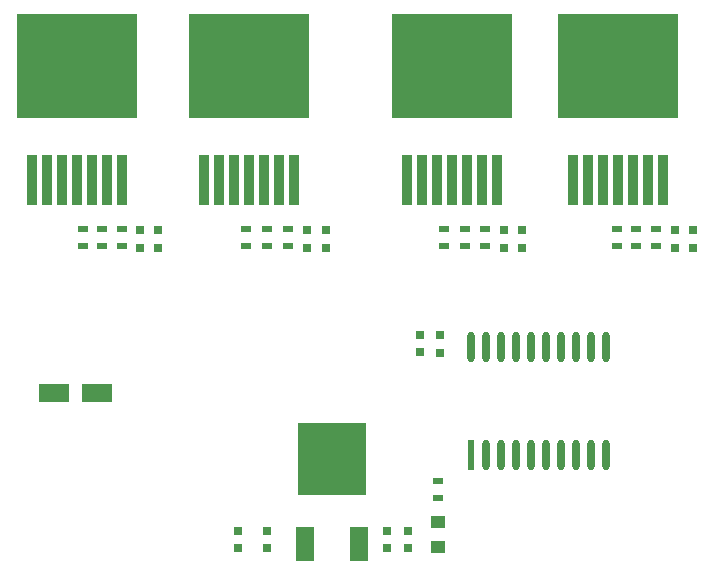
<source format=gtp>
G04*
G04 #@! TF.GenerationSoftware,Altium Limited,Altium Designer,22.9.1 (49)*
G04*
G04 Layer_Color=8421504*
%FSTAX24Y24*%
%MOIN*%
G70*
G04*
G04 #@! TF.SameCoordinates,2FAE9610-6970-4823-A7E0-823FAA2A8A52*
G04*
G04*
G04 #@! TF.FilePolarity,Positive*
G04*
G01*
G75*
%ADD16R,0.0472X0.0433*%
%ADD17R,0.0354X0.0217*%
%ADD18R,0.0315X0.0315*%
%ADD19R,0.2283X0.2441*%
%ADD20R,0.0630X0.1181*%
%ADD21R,0.1024X0.0630*%
%ADD22R,0.3996X0.3504*%
%ADD23R,0.0335X0.1713*%
G04:AMPARAMS|DCode=24|XSize=102.5mil|YSize=24.5mil|CornerRadius=12.2mil|HoleSize=0mil|Usage=FLASHONLY|Rotation=90.000|XOffset=0mil|YOffset=0mil|HoleType=Round|Shape=RoundedRectangle|*
%AMROUNDEDRECTD24*
21,1,0.1025,0.0000,0,0,90.0*
21,1,0.0780,0.0245,0,0,90.0*
1,1,0.0245,0.0000,0.0390*
1,1,0.0245,0.0000,-0.0390*
1,1,0.0245,0.0000,-0.0390*
1,1,0.0245,0.0000,0.0390*
%
%ADD24ROUNDEDRECTD24*%
%ADD25R,0.0245X0.1025*%
D16*
X0157Y002063D02*
D03*
Y001237D02*
D03*
D17*
Y003435D02*
D03*
Y002865D02*
D03*
X0107Y011824D02*
D03*
Y011254D02*
D03*
X0093Y011824D02*
D03*
Y011254D02*
D03*
X01Y011824D02*
D03*
Y011254D02*
D03*
X01725Y011824D02*
D03*
Y011254D02*
D03*
X02165Y011824D02*
D03*
Y011254D02*
D03*
X0159Y011824D02*
D03*
Y011254D02*
D03*
X0223Y011824D02*
D03*
Y011254D02*
D03*
X0166Y011824D02*
D03*
Y011254D02*
D03*
X02295Y011824D02*
D03*
Y011254D02*
D03*
X00385Y011824D02*
D03*
Y011254D02*
D03*
X0045Y011824D02*
D03*
Y011254D02*
D03*
X00515Y011824D02*
D03*
Y011254D02*
D03*
D18*
X01468Y001175D02*
D03*
Y001765D02*
D03*
X01787Y011796D02*
D03*
Y011206D02*
D03*
X00903Y001175D02*
D03*
Y001765D02*
D03*
X00998Y001175D02*
D03*
Y001765D02*
D03*
X01132Y011796D02*
D03*
Y011206D02*
D03*
X01195Y011796D02*
D03*
Y011206D02*
D03*
X00635Y011796D02*
D03*
Y011206D02*
D03*
X01847Y011796D02*
D03*
Y011206D02*
D03*
X01398Y001175D02*
D03*
Y001765D02*
D03*
X02357Y011796D02*
D03*
Y011206D02*
D03*
X02417Y011796D02*
D03*
Y011206D02*
D03*
X01575Y0077D02*
D03*
Y008291D02*
D03*
X0151Y007709D02*
D03*
Y0083D02*
D03*
X00575Y011796D02*
D03*
Y011206D02*
D03*
D19*
X01215Y004163D02*
D03*
D20*
X01305Y001337D02*
D03*
X01125D02*
D03*
D21*
X002891Y00635D02*
D03*
X004309D02*
D03*
D22*
X0217Y017269D02*
D03*
X01615D02*
D03*
X0094D02*
D03*
X00365D02*
D03*
D23*
X0232Y01345D02*
D03*
X0227D02*
D03*
X0222D02*
D03*
X0217D02*
D03*
X0212D02*
D03*
X0207D02*
D03*
X0202D02*
D03*
X01765D02*
D03*
X01715D02*
D03*
X01665D02*
D03*
X01615D02*
D03*
X01565D02*
D03*
X01515D02*
D03*
X01465D02*
D03*
X0109D02*
D03*
X0104D02*
D03*
X0099D02*
D03*
X0094D02*
D03*
X0089D02*
D03*
X0084D02*
D03*
X0079D02*
D03*
X00515D02*
D03*
X00465D02*
D03*
X00415D02*
D03*
X00365D02*
D03*
X00315D02*
D03*
X00265D02*
D03*
X00215D02*
D03*
D24*
X0168Y007895D02*
D03*
X0173D02*
D03*
X0178D02*
D03*
X0183D02*
D03*
X0188D02*
D03*
X0193D02*
D03*
X0198D02*
D03*
X0203D02*
D03*
X0208D02*
D03*
X0213D02*
D03*
Y0043D02*
D03*
X0208D02*
D03*
X0203D02*
D03*
X0198D02*
D03*
X0193D02*
D03*
X0188D02*
D03*
X0183D02*
D03*
X0178D02*
D03*
X0173D02*
D03*
D25*
X0168D02*
D03*
M02*

</source>
